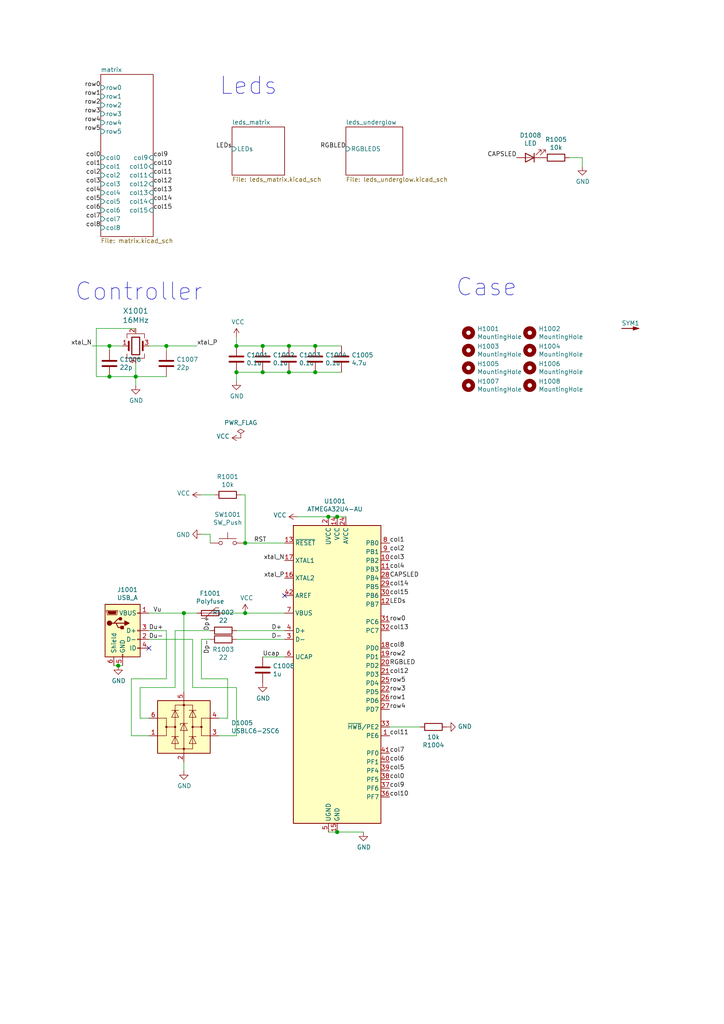
<source format=kicad_sch>
(kicad_sch (version 20210621) (generator eeschema)
  (paper "A4" portrait)
  (title_block (title "ValKey") (date "2019-08-16") (rev "0.2"))
  (lib_symbols
    (symbol "Connector:USB_B_Micro" (pin_names (offset 1.016))
      (property "Reference" "J" (at -5.08 11.43 0))
      (property "Value" "USB_B_Micro" (at -5.08 8.89 0))
      (symbol "USB_B_Micro_0_1"
        (circle (center -3.81 2.159) (radius 0.635) (stroke (width 0.254)) (fill (type outline)))
        (circle (center -0.635 3.429) (radius 0.381) (stroke (width 0.254)) (fill (type outline)))
        (rectangle (start -0.127 -7.62) (end 0.127 -6.858))
        (rectangle (start 5.08 -5.207) (end 4.318 -4.953))
        (rectangle (start 5.08 -2.667) (end 4.318 -2.413))
        (rectangle (start 5.08 -0.127) (end 4.318 0.127))
        (rectangle (start 5.08 4.953) (end 4.318 5.207))
        (rectangle (start 0.254 1.27) (end -0.508 0.508) (stroke (width 0.254)) (fill (type outline)))
        (rectangle (start -5.08 -7.62) (end 5.08 7.62) (stroke (width 0.254)) (fill (type background)))
        (polyline (pts (xy -1.905 2.159) (xy 0.635 2.159)) (stroke (width 0.254)))
        (polyline (pts (xy -3.175 2.159) (xy -2.54 2.159) (xy -1.27 3.429) (xy -0.635 3.429)) (stroke (width 0.254)))
        (polyline (pts (xy -2.54 2.159) (xy -1.905 2.159) (xy -1.27 0.889) (xy 0 0.889)) (stroke (width 0.254)))
        (polyline (pts (xy -4.699 5.842) (xy -4.699 5.588) (xy -4.445 4.826) (xy -4.445 4.572) (xy -1.651 4.572) (xy -1.651 4.826) (xy -1.397 5.588) (xy -1.397 5.842) (xy -4.699 5.842)))
        (polyline (pts (xy 0.635 2.794) (xy 0.635 1.524) (xy 1.905 2.159) (xy 0.635 2.794)) (stroke (width 0.254)) (fill (type outline)))
        (polyline (pts (xy -4.318 5.588) (xy -1.778 5.588) (xy -2.032 4.826) (xy -4.064 4.826) (xy -4.318 5.588)) (fill (type outline)))
      )
      (symbol "USB_B_Micro_1_1"
        (pin power_out line (at 7.62 5.08 180) (length 2.54) (name "VBUS") (number "1"))
        (pin bidirectional line (at 7.62 -2.54 180) (length 2.54) (name "D-") (number "2"))
        (pin bidirectional line (at 7.62 0 180) (length 2.54) (name "D+") (number "3"))
        (pin passive line (at 7.62 -5.08 180) (length 2.54) (name "ID") (number "4"))
        (pin power_out line (at 0 -10.16 90) (length 2.54) (name "GND") (number "5"))
        (pin passive line (at -2.54 -10.16 90) (length 2.54) (name "Shield") (number "6"))
      )
    )
    (symbol "Device:C" (pin_numbers hide) (pin_names (offset 0.254))
      (property "Reference" "C" (at 0.635 2.54 0))
      (property "Value" "C" (at 0.635 -2.54 0))
      (symbol "C_0_1"
        (polyline (pts (xy -2.032 -0.762) (xy 2.032 -0.762)) (stroke (width 0.508)))
        (polyline (pts (xy -2.032 0.762) (xy 2.032 0.762)) (stroke (width 0.508)))
      )
      (symbol "C_1_1"
        (pin passive line (at 0 3.81 270) (length 2.794) (name "~") (number "1"))
        (pin passive line (at 0 -3.81 90) (length 2.794) (name "~") (number "2"))
      )
    )
    (symbol "Device:Crystal_GND24" (pin_names (offset 1.016) hide)
      (property "Reference" "Y" (at 3.175 5.08 0))
      (property "Value" "Crystal_GND24" (at 3.175 3.175 0))
      (symbol "Crystal_GND24_0_1"
        (rectangle (start -1.143 2.54) (end 1.143 -2.54) (stroke (width 0.3048)))
        (polyline (pts (xy -2.54 0) (xy -2.032 0)))
        (polyline (pts (xy -2.032 -1.27) (xy -2.032 1.27)) (stroke (width 0.508)))
        (polyline (pts (xy 0 -3.81) (xy 0 -3.556)))
        (polyline (pts (xy 0 3.556) (xy 0 3.81)))
        (polyline (pts (xy 2.032 -1.27) (xy 2.032 1.27)) (stroke (width 0.508)))
        (polyline (pts (xy 2.032 0) (xy 2.54 0)))
        (polyline (pts (xy -2.54 -2.286) (xy -2.54 -3.556) (xy 2.54 -3.556) (xy 2.54 -2.286)))
        (polyline (pts (xy -2.54 2.286) (xy -2.54 3.556) (xy 2.54 3.556) (xy 2.54 2.286)))
      )
      (symbol "Crystal_GND24_1_1"
        (pin passive line (at -3.81 0 0) (length 1.27) (name "1") (number "1"))
        (pin passive line (at 0 5.08 270) (length 1.27) (name "2") (number "2"))
        (pin passive line (at 3.81 0 180) (length 1.27) (name "3") (number "3"))
        (pin passive line (at 0 -5.08 90) (length 1.27) (name "4") (number "4"))
      )
    )
    (symbol "Device:LED" (pin_numbers hide) (pin_names (offset 1.016) hide)
      (property "Reference" "D" (at 0 2.54 0))
      (property "Value" "LED" (at 0 -2.54 0))
      (symbol "LED_0_1"
        (polyline (pts (xy -1.27 -1.27) (xy -1.27 1.27)) (stroke (width 0.254)))
        (polyline (pts (xy -1.27 0) (xy 1.27 0)))
        (polyline (pts (xy 1.27 -1.27) (xy 1.27 1.27) (xy -1.27 0) (xy 1.27 -1.27)) (stroke (width 0.254)))
        (polyline (pts (xy -3.048 -0.762) (xy -4.572 -2.286) (xy -3.81 -2.286) (xy -4.572 -2.286) (xy -4.572 -1.524)))
        (polyline (pts (xy -1.778 -0.762) (xy -3.302 -2.286) (xy -2.54 -2.286) (xy -3.302 -2.286) (xy -3.302 -1.524)))
      )
      (symbol "LED_1_1"
        (pin passive line (at -3.81 0 0) (length 2.54) (name "K") (number "1"))
        (pin passive line (at 3.81 0 180) (length 2.54) (name "A") (number "2"))
      )
    )
    (symbol "Device:Polyfuse" (pin_numbers hide) (pin_names (offset 0))
      (property "Reference" "F" (at -2.54 0 90))
      (property "Value" "Polyfuse" (at 2.54 0 90))
      (symbol "Polyfuse_0_1"
        (rectangle (start -0.762 2.54) (end 0.762 -2.54) (stroke (width 0.254)))
        (polyline (pts (xy 0 2.54) (xy 0 -2.54)))
        (polyline (pts (xy -1.524 2.54) (xy -1.524 1.524) (xy 1.524 -1.524) (xy 1.524 -2.54)))
      )
      (symbol "Polyfuse_1_1"
        (pin passive line (at 0 3.81 270) (length 1.27) (name "~") (number "1"))
        (pin passive line (at 0 -3.81 90) (length 1.27) (name "~") (number "2"))
      )
    )
    (symbol "Device:R" (pin_numbers hide) (pin_names (offset 0))
      (property "Reference" "R" (at 2.032 0 90))
      (property "Value" "R" (at 0 0 90))
      (symbol "R_0_1"
        (rectangle (start -1.016 -2.54) (end 1.016 2.54) (stroke (width 0.254)))
      )
      (symbol "R_1_1"
        (pin passive line (at 0 3.81 270) (length 1.27) (name "~") (number "1"))
        (pin passive line (at 0 -3.81 90) (length 1.27) (name "~") (number "2"))
      )
    )
    (symbol "Graphic:SYM_Arrow_Normal" (pin_names (offset 1.016))
      (symbol "SYM_Arrow_Normal_0_1"
        (polyline (pts (xy 1.524 0) (xy -2.54 0)) (stroke (width 0.254)))
        (polyline (pts (xy 2.54 0) (xy 0.762 -0.508) (xy 0.762 0.508) (xy 2.54 0)) (fill (type outline)))
      )
    )
    (symbol "MCU_Microchip_ATmega:ATmega32U4-A"
      (property "Reference" "U" (at -12.7 44.45 0))
      (property "Value" "ATmega32U4-A" (at 2.54 -44.45 0))
      (symbol "ATmega32U4-A_0_1"
        (rectangle (start -12.7 -43.18) (end 12.7 43.18) (stroke (width 0.254)) (fill (type background)))
      )
      (symbol "ATmega32U4-A_1_1"
        (pin bidirectional line (at 15.24 -17.78 180) (length 2.54) (name "PE6") (number "1"))
        (pin bidirectional line (at 15.24 33.02 180) (length 2.54) (name "PB2") (number "10"))
        (pin bidirectional line (at 15.24 30.48 180) (length 2.54) (name "PB3") (number "11"))
        (pin bidirectional line (at 15.24 20.32 180) (length 2.54) (name "PB7") (number "12"))
        (pin input line (at -15.24 38.1 0) (length 2.54) (name "~{RESET}") (number "13"))
        (pin power_in line (at 0 45.72 270) (length 2.54) (name "VCC") (number "14"))
        (pin power_in line (at 0 -45.72 90) (length 2.54) (name "GND") (number "15"))
        (pin output line (at -15.24 27.94 0) (length 2.54) (name "XTAL2") (number "16"))
        (pin input line (at -15.24 33.02 0) (length 2.54) (name "XTAL1") (number "17"))
        (pin bidirectional line (at 15.24 7.62 180) (length 2.54) (name "PD0") (number "18"))
        (pin bidirectional line (at 15.24 5.08 180) (length 2.54) (name "PD1") (number "19"))
        (pin power_in line (at -2.54 45.72 270) (length 2.54) (name "UVCC") (number "2"))
        (pin bidirectional line (at 15.24 2.54 180) (length 2.54) (name "PD2") (number "20"))
        (pin bidirectional line (at 15.24 0 180) (length 2.54) (name "PD3") (number "21"))
        (pin bidirectional line (at 15.24 -5.08 180) (length 2.54) (name "PD5") (number "22"))
        (pin passive line (at 0 -45.72 90) (length 2.54) hide (name "GND") (number "23"))
        (pin power_in line (at 2.54 45.72 270) (length 2.54) (name "AVCC") (number "24"))
        (pin bidirectional line (at 15.24 -2.54 180) (length 2.54) (name "PD4") (number "25"))
        (pin bidirectional line (at 15.24 -7.62 180) (length 2.54) (name "PD6") (number "26"))
        (pin bidirectional line (at 15.24 -10.16 180) (length 2.54) (name "PD7") (number "27"))
        (pin bidirectional line (at 15.24 27.94 180) (length 2.54) (name "PB4") (number "28"))
        (pin bidirectional line (at 15.24 25.4 180) (length 2.54) (name "PB5") (number "29"))
        (pin bidirectional line (at -15.24 10.16 0) (length 2.54) (name "D-") (number "3"))
        (pin bidirectional line (at 15.24 22.86 180) (length 2.54) (name "PB6") (number "30"))
        (pin bidirectional line (at 15.24 15.24 180) (length 2.54) (name "PC6") (number "31"))
        (pin bidirectional line (at 15.24 12.7 180) (length 2.54) (name "PC7") (number "32"))
        (pin bidirectional line (at 15.24 -15.24 180) (length 2.54) (name "~{HWB}/PE2") (number "33"))
        (pin passive line (at 0 45.72 270) (length 2.54) hide (name "VCC") (number "34"))
        (pin passive line (at 0 -45.72 90) (length 2.54) hide (name "GND") (number "35"))
        (pin bidirectional line (at 15.24 -35.56 180) (length 2.54) (name "PF7") (number "36"))
        (pin bidirectional line (at 15.24 -33.02 180) (length 2.54) (name "PF6") (number "37"))
        (pin bidirectional line (at 15.24 -30.48 180) (length 2.54) (name "PF5") (number "38"))
        (pin bidirectional line (at 15.24 -27.94 180) (length 2.54) (name "PF4") (number "39"))
        (pin bidirectional line (at -15.24 12.7 0) (length 2.54) (name "D+") (number "4"))
        (pin bidirectional line (at 15.24 -25.4 180) (length 2.54) (name "PF1") (number "40"))
        (pin bidirectional line (at 15.24 -22.86 180) (length 2.54) (name "PF0") (number "41"))
        (pin passive line (at -15.24 22.86 0) (length 2.54) (name "AREF") (number "42"))
        (pin passive line (at 0 -45.72 90) (length 2.54) hide (name "GND") (number "43"))
        (pin passive line (at 2.54 45.72 270) (length 2.54) hide (name "AVCC") (number "44"))
        (pin passive line (at -2.54 -45.72 90) (length 2.54) (name "UGND") (number "5"))
        (pin passive line (at -15.24 5.08 0) (length 2.54) (name "UCAP") (number "6"))
        (pin input line (at -15.24 17.78 0) (length 2.54) (name "VBUS") (number "7"))
        (pin bidirectional line (at 15.24 38.1 180) (length 2.54) (name "PB0") (number "8"))
        (pin bidirectional line (at 15.24 35.56 180) (length 2.54) (name "PB1") (number "9"))
      )
    )
    (symbol "Mechanical:MountingHole" (pin_names (offset 1.016))
      (property "Reference" "H" (at 0 5.08 0))
      (property "Value" "MountingHole" (at 0 3.175 0))
      (symbol "MountingHole_0_1"
        (circle (center 0 0) (radius 1.27) (stroke (width 1.27)))
      )
    )
    (symbol "Power_Protection:USBLC6-2SC6" (pin_names hide)
      (property "Reference" "U" (at 2.54 8.89 0))
      (property "Value" "USBLC6-2SC6" (at 2.54 -8.89 0))
      (symbol "USBLC6-2SC6_0_1"
        (circle (center -5.08 0) (radius 0.254) (fill (type outline)))
        (circle (center -2.54 0) (radius 0.254) (fill (type outline)))
        (circle (center 0 -6.35) (radius 0.254) (fill (type outline)))
        (circle (center 0 6.35) (radius 0.254) (fill (type outline)))
        (circle (center 2.54 0) (radius 0.254) (fill (type outline)))
        (circle (center 5.08 0) (radius 0.254) (fill (type outline)))
        (rectangle (start -2.54 6.35) (end 2.54 -6.35))
        (rectangle (start -7.62 -7.62) (end 7.62 7.62) (stroke (width 0.254)) (fill (type background)))
        (polyline (pts (xy -5.08 -2.54) (xy -7.62 -2.54)))
        (polyline (pts (xy -5.08 0) (xy -5.08 -2.54)))
        (polyline (pts (xy -5.08 2.54) (xy -7.62 2.54)))
        (polyline (pts (xy -1.524 -2.794) (xy -3.556 -2.794)))
        (polyline (pts (xy -1.524 4.826) (xy -3.556 4.826)))
        (polyline (pts (xy 0 -7.62) (xy 0 -6.35)))
        (polyline (pts (xy 0 -6.35) (xy 0 1.27)))
        (polyline (pts (xy 0 1.27) (xy 0 6.35)))
        (polyline (pts (xy 0 6.35) (xy 0 7.62)))
        (polyline (pts (xy 1.524 -2.794) (xy 3.556 -2.794)))
        (polyline (pts (xy 1.524 4.826) (xy 3.556 4.826)))
        (polyline (pts (xy 5.08 -2.54) (xy 7.62 -2.54)))
        (polyline (pts (xy 5.08 0) (xy 5.08 -2.54)))
        (polyline (pts (xy 5.08 2.54) (xy 7.62 2.54)))
        (polyline (pts (xy -2.54 0) (xy -5.08 0) (xy -5.08 2.54)))
        (polyline (pts (xy 2.54 0) (xy 5.08 0) (xy 5.08 2.54)))
        (polyline (pts (xy -3.556 -4.826) (xy -1.524 -4.826) (xy -2.54 -2.794) (xy -3.556 -4.826)))
        (polyline (pts (xy -3.556 2.794) (xy -1.524 2.794) (xy -2.54 4.826) (xy -3.556 2.794)))
        (polyline (pts (xy -1.016 -1.016) (xy 1.016 -1.016) (xy 0 1.016) (xy -1.016 -1.016)))
        (polyline (pts (xy 1.016 1.016) (xy 0.762 1.016) (xy -1.016 1.016) (xy -1.016 0.508)))
        (polyline (pts (xy 3.556 -4.826) (xy 1.524 -4.826) (xy 2.54 -2.794) (xy 3.556 -4.826)))
        (polyline (pts (xy 3.556 2.794) (xy 1.524 2.794) (xy 2.54 4.826) (xy 3.556 2.794)))
      )
      (symbol "USBLC6-2SC6_1_1"
        (pin passive line (at -10.16 -2.54 0) (length 2.54) (name "I/O1") (number "1"))
        (pin passive line (at 0 -10.16 90) (length 2.54) (name "GND") (number "2"))
        (pin passive line (at 10.16 -2.54 180) (length 2.54) (name "I/O2") (number "3"))
        (pin passive line (at 10.16 2.54 180) (length 2.54) (name "I/O2") (number "4"))
        (pin passive line (at 0 10.16 270) (length 2.54) (name "VBUS") (number "5"))
        (pin passive line (at -10.16 2.54 0) (length 2.54) (name "I/O1") (number "6"))
      )
    )
    (symbol "Switch:SW_Push" (pin_numbers hide) (pin_names (offset 1.016) hide)
      (property "Reference" "SW" (at 1.27 2.54 0))
      (property "Value" "SW_Push" (at 0 -1.524 0))
      (symbol "SW_Push_0_1"
        (circle (center -2.032 0) (radius 0.508))
        (circle (center 2.032 0) (radius 0.508))
        (polyline (pts (xy 0 1.27) (xy 0 3.048)))
        (polyline (pts (xy 2.54 1.27) (xy -2.54 1.27)))
        (pin passive line (at -5.08 0 0) (length 2.54) (name "1") (number "1"))
        (pin passive line (at 5.08 0 180) (length 2.54) (name "2") (number "2"))
      )
    )
    (symbol "power:GND" (power) (pin_names (offset 0))
      (property "Value" "GND" (at 0 -3.81 0))
      (symbol "GND_0_1"
        (polyline (pts (xy 0 0) (xy 0 -1.27) (xy 1.27 -1.27) (xy 0 -2.54) (xy -1.27 -1.27) (xy 0 -1.27)))
      )
      (symbol "GND_1_1"
        (pin power_in line (at 0 0 270) (length 0) hide (name "GND") (number "1"))
      )
    )
    (symbol "power:PWR_FLAG" (power) (pin_numbers hide) (pin_names (offset 0) hide)
      (property "Value" "PWR_FLAG" (at 0 3.81 0))
      (symbol "PWR_FLAG_0_0"
        (pin power_out line (at 0 0 90) (length 0) (name "pwr") (number "1"))
      )
      (symbol "PWR_FLAG_0_1"
        (polyline (pts (xy 0 0) (xy 0 1.27) (xy -1.016 1.905) (xy 0 2.54) (xy 1.016 1.905) (xy 0 1.27)))
      )
    )
    (symbol "power:VCC" (power) (pin_names (offset 0))
      (property "Value" "VCC" (at 0 3.81 0))
      (symbol "VCC_0_1"
        (polyline (pts (xy -0.762 1.27) (xy 0 2.54)))
        (polyline (pts (xy 0 0) (xy 0 2.54)))
        (polyline (pts (xy 0 2.54) (xy 0.762 1.27)))
      )
      (symbol "VCC_1_1"
        (pin power_in line (at 0 0 90) (length 0) hide (name "VCC") (number "1"))
      )
    )
  )
  (junction (at 31.75 100.33) (diameter 1.016))
  (junction (at 31.75 109.22) (diameter 1.016))
  (junction (at 34.29 193.04) (diameter 1.016))
  (junction (at 39.37 109.22) (diameter 1.016))
  (junction (at 48.26 100.33) (diameter 1.016))
  (junction (at 53.34 177.8) (diameter 1.016))
  (junction (at 68.58 100.33) (diameter 1.016))
  (junction (at 68.58 107.95) (diameter 1.016))
  (junction (at 71.12 157.48) (diameter 1.016))
  (junction (at 71.12 177.8) (diameter 1.016))
  (junction (at 76.2 100.33) (diameter 1.016))
  (junction (at 76.2 107.95) (diameter 1.016))
  (junction (at 83.82 100.33) (diameter 1.016))
  (junction (at 83.82 107.95) (diameter 1.016))
  (junction (at 91.44 100.33) (diameter 1.016))
  (junction (at 91.44 107.95) (diameter 1.016))
  (junction (at 95.25 149.86) (diameter 1.016))
  (junction (at 97.79 149.86) (diameter 1.016))
  (junction (at 97.79 241.3) (diameter 1.016))
  (no_connect (at 43.18 187.96))
  (no_connect (at 82.55 172.72))
  (wire (pts (xy 27.94 95.25) (xy 27.94 109.22)))
  (wire (pts (xy 27.94 109.22) (xy 31.75 109.22)))
  (wire (pts (xy 31.75 100.33) (xy 26.67 100.33)))
  (wire (pts (xy 31.75 100.33) (xy 31.75 101.6)))
  (wire (pts (xy 31.75 100.33) (xy 35.56 100.33)))
  (wire (pts (xy 33.02 193.04) (xy 34.29 193.04)))
  (wire (pts (xy 34.29 193.04) (xy 35.56 193.04)))
  (wire (pts (xy 38.1 196.85) (xy 38.1 213.36)))
  (wire (pts (xy 38.1 213.36) (xy 43.18 213.36)))
  (wire (pts (xy 39.37 95.25) (xy 27.94 95.25)))
  (wire (pts (xy 39.37 105.41) (xy 39.37 109.22)))
  (wire (pts (xy 39.37 109.22) (xy 31.75 109.22)))
  (wire (pts (xy 39.37 109.22) (xy 39.37 111.76)))
  (wire (pts (xy 39.37 109.22) (xy 48.26 109.22)))
  (wire (pts (xy 40.64 199.39) (xy 50.8 199.39)))
  (wire (pts (xy 40.64 208.28) (xy 40.64 199.39)))
  (wire (pts (xy 40.64 208.28) (xy 43.18 208.28)))
  (wire (pts (xy 43.18 100.33) (xy 48.26 100.33)))
  (wire (pts (xy 43.18 177.8) (xy 53.34 177.8)))
  (wire (pts (xy 43.18 182.88) (xy 48.26 182.88)))
  (wire (pts (xy 43.18 185.42) (xy 55.88 185.42)))
  (wire (pts (xy 48.26 100.33) (xy 48.26 101.6)))
  (wire (pts (xy 48.26 100.33) (xy 57.15 100.33)))
  (wire (pts (xy 48.26 182.88) (xy 48.26 196.85)))
  (wire (pts (xy 48.26 196.85) (xy 38.1 196.85)))
  (wire (pts (xy 50.8 182.88) (xy 50.8 199.39)))
  (wire (pts (xy 50.8 182.88) (xy 60.96 182.88)))
  (wire (pts (xy 53.34 177.8) (xy 53.34 200.66)))
  (wire (pts (xy 53.34 177.8) (xy 57.15 177.8)))
  (wire (pts (xy 53.34 220.98) (xy 53.34 223.52)))
  (wire (pts (xy 55.88 199.39) (xy 55.88 185.42)))
  (wire (pts (xy 55.88 199.39) (xy 68.58 199.39)))
  (wire (pts (xy 58.42 143.51) (xy 62.23 143.51)))
  (wire (pts (xy 58.42 185.42) (xy 60.96 185.42)))
  (wire (pts (xy 58.42 196.85) (xy 58.42 185.42)))
  (wire (pts (xy 58.42 196.85) (xy 66.04 196.85)))
  (wire (pts (xy 60.96 154.94) (xy 58.42 154.94)))
  (wire (pts (xy 60.96 157.48) (xy 60.96 154.94)))
  (wire (pts (xy 63.5 208.28) (xy 66.04 208.28)))
  (wire (pts (xy 63.5 213.36) (xy 68.58 213.36)))
  (wire (pts (xy 64.77 177.8) (xy 71.12 177.8)))
  (wire (pts (xy 66.04 208.28) (xy 66.04 196.85)))
  (wire (pts (xy 68.58 97.79) (xy 68.58 100.33)))
  (wire (pts (xy 68.58 100.33) (xy 76.2 100.33)))
  (wire (pts (xy 68.58 107.95) (xy 68.58 110.49)))
  (wire (pts (xy 68.58 182.88) (xy 82.55 182.88)))
  (wire (pts (xy 68.58 185.42) (xy 82.55 185.42)))
  (wire (pts (xy 68.58 199.39) (xy 68.58 213.36)))
  (wire (pts (xy 69.85 143.51) (xy 71.12 143.51)))
  (wire (pts (xy 71.12 143.51) (xy 71.12 157.48)))
  (wire (pts (xy 71.12 157.48) (xy 82.55 157.48)))
  (wire (pts (xy 71.12 177.8) (xy 82.55 177.8)))
  (wire (pts (xy 76.2 100.33) (xy 83.82 100.33)))
  (wire (pts (xy 76.2 107.95) (xy 68.58 107.95)))
  (wire (pts (xy 76.2 190.5) (xy 82.55 190.5)))
  (wire (pts (xy 83.82 100.33) (xy 91.44 100.33)))
  (wire (pts (xy 83.82 107.95) (xy 76.2 107.95)))
  (wire (pts (xy 86.36 149.86) (xy 95.25 149.86)))
  (wire (pts (xy 91.44 100.33) (xy 99.06 100.33)))
  (wire (pts (xy 91.44 107.95) (xy 83.82 107.95)))
  (wire (pts (xy 95.25 149.86) (xy 97.79 149.86)))
  (wire (pts (xy 95.25 241.3) (xy 97.79 241.3)))
  (wire (pts (xy 97.79 149.86) (xy 100.33 149.86)))
  (wire (pts (xy 97.79 241.3) (xy 105.41 241.3)))
  (wire (pts (xy 99.06 107.95) (xy 91.44 107.95)))
  (wire (pts (xy 113.03 210.82) (xy 121.92 210.82)))
  (wire (pts (xy 165.1 45.72) (xy 168.91 45.72)))
  (wire (pts (xy 168.91 45.72) (xy 168.91 48.26)))
  (text "Controller" (at 21.59 87.63 0) (effects (font (size 5.0038 5.0038)) (justify left bottom)))
  (text "Leds\n" (at 63.5 27.94 0) (effects (font (size 5.0038 5.0038)) (justify left bottom)))
  (text "Case" (at 132.08 86.36 0) (effects (font (size 5.0038 5.0038)) (justify left bottom)))
  (label "xtal_N" (at 26.67 100.33 180))
  (label "row0" (at 29.21 25.4 180))
  (label "row1" (at 29.21 27.94 180))
  (label "row2" (at 29.21 30.48 180))
  (label "row3" (at 29.21 33.02 180))
  (label "row4" (at 29.21 35.56 180))
  (label "row5" (at 29.21 38.1 180))
  (label "col0" (at 29.21 45.72 180))
  (label "col1" (at 29.21 48.26 180))
  (label "col2" (at 29.21 50.8 180))
  (label "col3" (at 29.21 53.34 180))
  (label "col4" (at 29.21 55.88 180))
  (label "col5" (at 29.21 58.42 180))
  (label "col6" (at 29.21 60.96 180))
  (label "col7" (at 29.21 63.5 180))
  (label "col8" (at 29.21 66.04 180))
  (label "Du+" (at 43.18 182.88 0))
  (label "Du-" (at 43.18 185.42 0))
  (label "col9" (at 44.45 45.72 0))
  (label "col10" (at 44.45 48.26 0))
  (label "col11" (at 44.45 50.8 0))
  (label "col12" (at 44.45 53.34 0))
  (label "col13" (at 44.45 55.88 0))
  (label "col14" (at 44.45 58.42 0))
  (label "col15" (at 44.45 60.96 0))
  (label "Vu" (at 44.45 177.8 0))
  (label "xtal_P" (at 57.15 100.33 0))
  (label "Dp+" (at 60.96 182.88 90))
  (label "Dp-" (at 60.96 185.42 270))
  (label "LEDs" (at 67.31 43.18 180))
  (label "RST" (at 73.66 157.48 0))
  (label "Ucap" (at 76.2 190.5 0))
  (label "D+" (at 78.74 182.88 0))
  (label "D-" (at 78.74 185.42 0))
  (label "xtal_N" (at 82.55 162.56 180))
  (label "xtal_P" (at 82.55 167.64 180))
  (label "RGBLED" (at 100.33 43.18 180))
  (label "col1" (at 113.03 157.48 0))
  (label "col2" (at 113.03 160.02 0))
  (label "col3" (at 113.03 162.56 0))
  (label "col4" (at 113.03 165.1 0))
  (label "CAPSLED" (at 113.03 167.64 0))
  (label "col14" (at 113.03 170.18 0))
  (label "col15" (at 113.03 172.72 0))
  (label "LEDs" (at 113.03 175.26 0))
  (label "row0" (at 113.03 180.34 0))
  (label "col13" (at 113.03 182.88 0))
  (label "col8" (at 113.03 187.96 0))
  (label "row2" (at 113.03 190.5 0))
  (label "RGBLED" (at 113.03 193.04 0))
  (label "col12" (at 113.03 195.58 0))
  (label "row5" (at 113.03 198.12 0))
  (label "row3" (at 113.03 200.66 0))
  (label "row1" (at 113.03 203.2 0))
  (label "row4" (at 113.03 205.74 0))
  (label "col11" (at 113.03 213.36 0))
  (label "col7" (at 113.03 218.44 0))
  (label "col6" (at 113.03 220.98 0))
  (label "col5" (at 113.03 223.52 0))
  (label "col0" (at 113.03 226.06 0))
  (label "col9" (at 113.03 228.6 0))
  (label "col10" (at 113.03 231.14 0))
  (label "CAPSLED" (at 149.86 45.72 180))
  (symbol (lib_id "power:VCC") (at 58.42 143.51 90) (unit 1)
    (property "Reference" "#PWR01005" (effects hide))
    (property "Value" "VCC" (at 55.1942 143.0528 90) (effects (justify left)))
  )
  (symbol (lib_id "power:VCC") (at 68.58 97.79 0) (unit 1)
    (property "Reference" "#PWR01001" (effects hide))
    (property "Value" "VCC" (at 69.0118 93.3958 0))
  )
  (symbol (lib_id "power:VCC") (at 69.85 127 90) (unit 1)
    (property "Reference" "#PWR01004" (effects hide))
    (property "Value" "VCC" (at 66.6242 126.5428 90) (effects (justify left)))
  )
  (symbol (lib_id "power:VCC") (at 71.12 177.8 0) (unit 1)
    (property "Reference" "#PWR01008" (effects hide))
    (property "Value" "VCC" (at 71.5518 173.4058 0))
  )
  (symbol (lib_id "power:VCC") (at 86.36 149.86 90) (unit 1)
    (property "Reference" "#PWR01006" (effects hide))
    (property "Value" "VCC" (at 83.1342 149.4028 90) (effects (justify left)))
  )
  (symbol (lib_id "Graphic:SYM_Arrow_Normal") (at 182.88 95.25 0) (unit 1)
    (property "Reference" "SYM1" (at 182.88 93.726 0))
    (property "Value" "SYM_Arrow_Normal" (effects hide))
    (property "Footprint" "Project:Mountains_Alps" (effects hide))
  )
  (symbol (lib_id "power:PWR_FLAG") (at 69.85 127 0) (unit 1)
    (property "Reference" "#FLG01001" (effects hide))
    (property "Value" "PWR_FLAG" (at 69.85 122.5804 0))
  )
  (symbol (lib_id "power:GND") (at 34.29 193.04 0) (unit 1)
    (property "Reference" "#PWR01009" (effects hide))
    (property "Value" "GND" (at 34.417 197.4342 0))
  )
  (symbol (lib_id "power:GND") (at 39.37 111.76 0) (unit 1)
    (property "Reference" "#PWR01003" (effects hide))
    (property "Value" "GND" (at 39.497 116.1542 0))
  )
  (symbol (lib_id "power:GND") (at 53.34 223.52 0) (unit 1)
    (property "Reference" "#PWR01014" (effects hide))
    (property "Value" "GND" (at 53.467 227.9142 0))
  )
  (symbol (lib_id "power:GND") (at 58.42 154.94 270) (unit 1)
    (property "Reference" "#PWR01007" (effects hide))
    (property "Value" "GND" (at 55.1688 155.067 90) (effects (justify right)))
  )
  (symbol (lib_id "power:GND") (at 68.58 110.49 0) (unit 1)
    (property "Reference" "#PWR01002" (effects hide))
    (property "Value" "GND" (at 68.707 114.8842 0))
  )
  (symbol (lib_id "power:GND") (at 76.2 198.12 0) (unit 1)
    (property "Reference" "#PWR01011" (effects hide))
    (property "Value" "GND" (at 76.327 202.5142 0))
  )
  (symbol (lib_id "power:GND") (at 105.41 241.3 0) (unit 1)
    (property "Reference" "#PWR01015" (effects hide))
    (property "Value" "GND" (at 105.537 245.6942 0))
  )
  (symbol (lib_id "power:GND") (at 129.54 210.82 90) (unit 1)
    (property "Reference" "#PWR01012" (effects hide))
    (property "Value" "GND" (at 132.7912 210.693 90) (effects (justify right)))
  )
  (symbol (lib_id "power:GND") (at 168.91 48.26 0) (unit 1)
    (property "Reference" "#PWR01016" (effects hide))
    (property "Value" "GND" (at 169.037 52.6542 0))
  )
  (symbol (lib_id "Mechanical:MountingHole") (at 135.89 96.52 0) (unit 1)
    (property "Reference" "H1001" (at 138.43 95.3516 0) (effects (justify left)))
    (property "Value" "MountingHole" (at 138.43 97.663 0) (effects (justify left)))
    (property "Footprint" "MountingHole:MountingHole_3.2mm_M3_DIN965" (effects hide))
  )
  (symbol (lib_id "Mechanical:MountingHole") (at 135.89 101.6 0) (unit 1)
    (property "Reference" "H1003" (at 138.43 100.4316 0) (effects (justify left)))
    (property "Value" "MountingHole" (at 138.43 102.743 0) (effects (justify left)))
    (property "Footprint" "MountingHole:MountingHole_3.2mm_M3_DIN965" (effects hide))
  )
  (symbol (lib_id "Mechanical:MountingHole") (at 135.89 106.68 0) (unit 1)
    (property "Reference" "H1005" (at 138.43 105.5116 0) (effects (justify left)))
    (property "Value" "MountingHole" (at 138.43 107.823 0) (effects (justify left)))
    (property "Footprint" "MountingHole:MountingHole_3.2mm_M3_DIN965" (effects hide))
  )
  (symbol (lib_id "Mechanical:MountingHole") (at 135.89 111.76 0) (unit 1)
    (property "Reference" "H1007" (at 138.43 110.5916 0) (effects (justify left)))
    (property "Value" "MountingHole" (at 138.43 112.903 0) (effects (justify left)))
    (property "Footprint" "MountingHole:MountingHole_3.2mm_M3_DIN965" (effects hide))
  )
  (symbol (lib_id "Mechanical:MountingHole") (at 153.67 96.52 0) (unit 1)
    (property "Reference" "H1002" (at 156.21 95.3516 0) (effects (justify left)))
    (property "Value" "MountingHole" (at 156.21 97.663 0) (effects (justify left)))
    (property "Footprint" "MountingHole:MountingHole_3.2mm_M3_DIN965" (effects hide))
  )
  (symbol (lib_id "Mechanical:MountingHole") (at 153.67 101.6 0) (unit 1)
    (property "Reference" "H1004" (at 156.21 100.4316 0) (effects (justify left)))
    (property "Value" "MountingHole" (at 156.21 102.743 0) (effects (justify left)))
    (property "Footprint" "MountingHole:MountingHole_3.2mm_M3_DIN965" (effects hide))
  )
  (symbol (lib_id "Mechanical:MountingHole") (at 153.67 106.68 0) (unit 1)
    (property "Reference" "H1006" (at 156.21 105.5116 0) (effects (justify left)))
    (property "Value" "MountingHole" (at 156.21 107.823 0) (effects (justify left)))
    (property "Footprint" "MountingHole:MountingHole_3.2mm_M3_DIN965" (effects hide))
  )
  (symbol (lib_id "Mechanical:MountingHole") (at 153.67 111.76 0) (unit 1)
    (property "Reference" "H1008" (at 156.21 110.5916 0) (effects (justify left)))
    (property "Value" "MountingHole" (at 156.21 112.903 0) (effects (justify left)))
    (property "Footprint" "MountingHole:MountingHole_3.2mm_M3_DIN965" (effects hide))
  )
  (symbol (lib_id "Device:R") (at 64.77 182.88 270) (unit 1)
    (property "Reference" "R1002" (at 64.77 177.6222 90))
    (property "Value" "22" (at 64.77 179.9336 90))
    (property "Footprint" "Resistor_SMD:R_0603_1608Metric" (effects hide))
  )
  (symbol (lib_id "Device:R") (at 64.77 185.42 270) (unit 1)
    (property "Reference" "R1003" (at 64.77 188.341 90))
    (property "Value" "22" (at 64.77 190.6524 90))
    (property "Footprint" "Resistor_SMD:R_0603_1608Metric" (effects hide))
  )
  (symbol (lib_id "Device:R") (at 66.04 143.51 270) (unit 1)
    (property "Reference" "R1001" (at 66.04 138.2522 90))
    (property "Value" "10k" (at 66.04 140.5636 90))
    (property "Footprint" "Resistor_SMD:R_0603_1608Metric" (effects hide))
  )
  (symbol (lib_id "Device:R") (at 125.73 210.82 90) (unit 1)
    (property "Reference" "R1004" (at 125.73 216.0778 90))
    (property "Value" "10k" (at 125.73 213.7664 90))
    (property "Footprint" "Resistor_SMD:R_0603_1608Metric" (effects hide))
  )
  (symbol (lib_id "Device:R") (at 161.29 45.72 270) (unit 1)
    (property "Reference" "R1005" (at 161.29 40.4622 90))
    (property "Value" "10k" (at 161.29 42.7736 90))
    (property "Footprint" "Resistor_SMD:R_0603_1608Metric" (effects hide))
  )
  (symbol (lib_id "Device:Polyfuse") (at 60.96 177.8 270) (unit 1)
    (property "Reference" "F1001" (at 60.96 172.085 90))
    (property "Value" "Polyfuse" (at 60.96 174.3964 90))
    (property "Footprint" "Resistor_SMD:R_0603_1608Metric" (effects hide))
    (property "Datasheet" "https://datasheet.lcsc.com/szlcsc/TLC-Electronic-TLC-PSMD050_C261942.pdf" (effects hide))
    (property "PartNr" "C261942" (effects hide))
  )
  (symbol (lib_id "Device:LED") (at 153.67 45.72 180) (unit 1)
    (property "Reference" "D1008" (at 153.8732 39.243 0))
    (property "Value" "LED" (at 153.8732 41.5544 0))
    (property "Footprint" "LED_SMD:LED_1206_3216Metric_Castellated" (effects hide))
    (property "Datasheet" "https://datasheet.lcsc.com/szlcsc/Hongli-Zhihui-HONGLITRONIC-HL-PC-3216H233W-6000-7000K_C219234.pdf" (effects hide))
    (property "PartNr" "C219234" (effects hide))
  )
  (symbol (lib_id "Device:C") (at 31.75 105.41 0) (unit 1)
    (property "Reference" "C1006" (at 34.671 104.2416 0) (effects (justify left)))
    (property "Value" "22p" (at 34.671 106.553 0) (effects (justify left)))
    (property "Footprint" "Capacitor_SMD:C_0603_1608Metric" (effects hide))
  )
  (symbol (lib_id "Device:C") (at 48.26 105.41 0) (unit 1)
    (property "Reference" "C1007" (at 51.181 104.2416 0) (effects (justify left)))
    (property "Value" "22p" (at 51.181 106.553 0) (effects (justify left)))
    (property "Footprint" "Capacitor_SMD:C_0603_1608Metric" (effects hide))
  )
  (symbol (lib_id "Device:C") (at 68.58 104.14 0) (unit 1)
    (property "Reference" "C1001" (at 71.501 102.9716 0) (effects (justify left)))
    (property "Value" "0.1u" (at 71.501 105.283 0) (effects (justify left)))
    (property "Footprint" "Capacitor_SMD:C_0603_1608Metric" (effects hide))
  )
  (symbol (lib_id "Device:C") (at 76.2 104.14 0) (unit 1)
    (property "Reference" "C1002" (at 79.121 102.9716 0) (effects (justify left)))
    (property "Value" "0.1u" (at 79.121 105.283 0) (effects (justify left)))
    (property "Footprint" "Capacitor_SMD:C_0603_1608Metric" (effects hide))
  )
  (symbol (lib_id "Device:C") (at 76.2 194.31 0) (unit 1)
    (property "Reference" "C1008" (at 79.121 193.1416 0) (effects (justify left)))
    (property "Value" "1u" (at 79.121 195.453 0) (effects (justify left)))
    (property "Footprint" "Capacitor_SMD:C_0603_1608Metric" (effects hide))
  )
  (symbol (lib_id "Device:C") (at 83.82 104.14 0) (unit 1)
    (property "Reference" "C1003" (at 86.741 102.9716 0) (effects (justify left)))
    (property "Value" "0.1u" (at 86.741 105.283 0) (effects (justify left)))
    (property "Footprint" "Capacitor_SMD:C_0603_1608Metric" (effects hide))
  )
  (symbol (lib_id "Device:C") (at 91.44 104.14 0) (unit 1)
    (property "Reference" "C1004" (at 94.361 102.9716 0) (effects (justify left)))
    (property "Value" "0.1u" (at 94.361 105.283 0) (effects (justify left)))
    (property "Footprint" "Capacitor_SMD:C_0603_1608Metric" (effects hide))
  )
  (symbol (lib_id "Device:C") (at 99.06 104.14 0) (unit 1)
    (property "Reference" "C1005" (at 101.981 102.9716 0) (effects (justify left)))
    (property "Value" "4.7u" (at 101.981 105.283 0) (effects (justify left)))
    (property "Footprint" "Capacitor_SMD:C_0603_1608Metric" (effects hide))
  )
  (symbol (lib_id "Switch:SW_Push") (at 66.04 157.48 0) (unit 1)
    (property "Reference" "SW1001" (at 66.04 149.225 0))
    (property "Value" "SW_Push" (at 66.04 151.5364 0))
    (property "Footprint" "Button_Switch_SMD:SW_SPST_SKQG_WithStem" (effects hide))
  )
  (symbol (lib_id "Device:Crystal_GND24") (at 39.37 100.33 0) (unit 1)
    (property "Reference" "X1001" (at 39.37 90.17 0) (effects (font (size 1.524 1.524))))
    (property "Value" "16MHz" (at 39.37 92.8624 0) (effects (font (size 1.524 1.524))))
    (property "Footprint" "Crystal:Crystal_SMD_3225-4Pin_3.2x2.5mm" (effects hide))
    (property "Datasheet" "https://datasheet.lcsc.com/szlcsc/Zhejiang-Abel-Elec-SMD-3225-4P16M12pf10ppm_C133336.pdf" (effects hide))
    (property "PartNr" "C133336" (effects hide))
  )
  (symbol (lib_id "Connector:USB_B_Micro") (at 35.56 182.88 0) (unit 1)
    (property "Reference" "J1001" (at 36.957 171.0182 0))
    (property "Value" "USB_A" (at 36.957 173.3296 0))
    (property "Footprint" "Personal:USB_Micro_B_Female_BI0001715" (effects hide))
  )
  (symbol (lib_id "Power_Protection:USBLC6-2SC6") (at 53.34 210.82 0) (unit 1)
    (property "Reference" "D1005" (at 67.0814 209.6516 0) (effects (justify left)))
    (property "Value" "USBLC6-2SC6 " (at 67.0814 211.963 0) (effects (justify left)))
    (property "Footprint" "Package_TO_SOT_SMD:SOT-23-6" (effects hide))
    (property "Datasheet" "https://datasheet.lcsc.com/szlcsc/STMicroelectronics-USBLC6-2SC6_C7519.pdf" (effects hide))
    (property "PartNr" "C7519" (effects hide))
  )
  (symbol (lib_id "MCU_Microchip_ATmega:ATmega32U4-A") (at 97.79 195.58 0) (unit 1)
    (property "Reference" "U1001" (at 97.155 145.3388 0))
    (property "Value" "ATMEGA32U4-AU" (at 97.155 147.6502 0))
    (property "Footprint" "Package_QFP:TQFP-44_10x10mm_P0.8mm" (effects hide))
    (property "Datasheet" "http://ww1.microchip.com/downloads/en/DeviceDoc/Atmel-7766-8-bit-AVR-ATmega16U4-32U4_Datasheet.pdf" (effects hide))
    (property "PartNr" "C44854" (effects hide))
  )
  (sheet (at 67.31 36.83) (size 15.24 13.97)
    (property "Sheet name" "leds_matrix" (at 67.31 36.1943 0) (effects (justify left bottom)))
    (property "Sheet file" "leds_matrix.kicad_sch" (at 67.31 51.3087 0) (effects (justify left top)))
    (pin "LEDs" input (at 67.31 43.18 180))
  )
  (sheet (at 100.33 36.83) (size 16.51 13.97)
    (property "Sheet name" "leds_underglow" (at 100.33 36.1943 0) (effects (justify left bottom)))
    (property "Sheet file" "leds_underglow.kicad_sch" (at 100.33 51.3087 0) (effects (justify left top)))
    (pin "RGBLEDS" input (at 100.33 43.18 180))
  )
  (sheet (at 29.21 21.59) (size 15.24 46.99)
    (property "Sheet name" "matrix" (at 29.21 20.9543 0) (effects (justify left bottom)))
    (property "Sheet file" "matrix.kicad_sch" (at 29.21 69.0887 0) (effects (justify left top)))
    (pin "row0" input (at 29.21 25.4 180))
    (pin "row1" input (at 29.21 27.94 180))
    (pin "row2" input (at 29.21 30.48 180))
    (pin "row3" input (at 29.21 33.02 180))
    (pin "row4" input (at 29.21 35.56 180))
    (pin "row5" input (at 29.21 38.1 180))
    (pin "col0" input (at 29.21 45.72 180))
    (pin "col1" input (at 29.21 48.26 180))
    (pin "col2" input (at 29.21 50.8 180))
    (pin "col3" input (at 29.21 53.34 180))
    (pin "col4" input (at 29.21 55.88 180))
    (pin "col5" input (at 29.21 58.42 180))
    (pin "col6" input (at 29.21 60.96 180))
    (pin "col7" input (at 29.21 63.5 180))
    (pin "col8" input (at 29.21 66.04 180))
    (pin "col9" input (at 44.45 45.72 0))
    (pin "col10" input (at 44.45 48.26 0))
    (pin "col11" input (at 44.45 50.8 0))
    (pin "col12" input (at 44.45 53.34 0))
    (pin "col13" input (at 44.45 55.88 0))
    (pin "col14" input (at 44.45 58.42 0))
    (pin "col15" input (at 44.45 60.96 0))
  )
)
</source>
